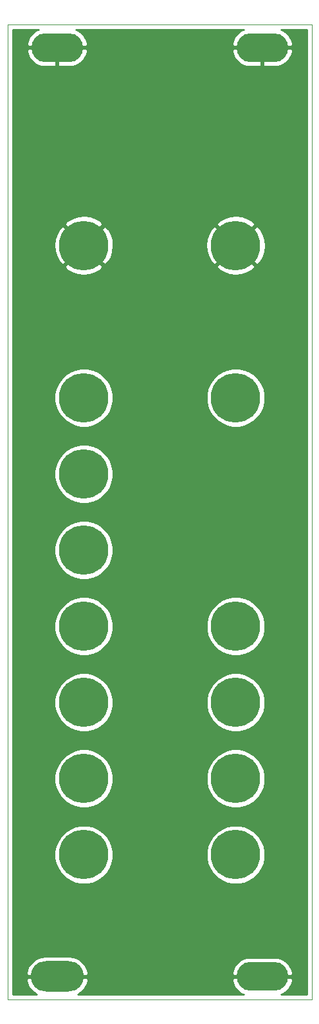
<source format=gbr>
%TF.GenerationSoftware,KiCad,Pcbnew,(5.1.0)-1*%
%TF.CreationDate,2020-03-07T12:32:11+01:00*%
%TF.ProjectId,KicadJE_AC3340_RevA_Faceplate,4b696361-644a-4455-9f41-43333334305f,rev?*%
%TF.SameCoordinates,Original*%
%TF.FileFunction,Copper,L2,Bot*%
%TF.FilePolarity,Positive*%
%FSLAX46Y46*%
G04 Gerber Fmt 4.6, Leading zero omitted, Abs format (unit mm)*
G04 Created by KiCad (PCBNEW (5.1.0)-1) date 2020-03-07 12:32:11*
%MOMM*%
%LPD*%
G04 APERTURE LIST*
%ADD10C,0.050000*%
%ADD11O,7.000000X4.000000*%
%ADD12O,6.800000X3.800000*%
%ADD13C,6.500000*%
%ADD14C,0.254000*%
G04 APERTURE END LIST*
D10*
X-50000000Y-164000000D02*
X-50000000Y-36000000D01*
X-10000000Y-164000000D02*
X-50000000Y-164000000D01*
X-10000000Y-36000000D02*
X-10000000Y-164000000D01*
X-50000000Y-36000000D02*
X-10000000Y-36000000D01*
D11*
X-43500000Y-161000000D03*
D12*
X-16500000Y-39000000D03*
X-43500000Y-39000000D03*
X-16500000Y-161000000D03*
D13*
X-20000000Y-65000000D03*
X-40000000Y-65000000D03*
X-20000000Y-85000000D03*
X-40000000Y-85000000D03*
X-40000000Y-95000000D03*
X-40000000Y-125000000D03*
X-40000000Y-105000000D03*
X-40000000Y-115000000D03*
X-20000000Y-115000000D03*
X-20000000Y-125000000D03*
X-20000000Y-135000000D03*
X-40000000Y-135000000D03*
X-40000000Y-145000000D03*
X-20000000Y-145000000D03*
D14*
G36*
X-46087435Y-36706566D02*
G01*
X-46513967Y-36962782D01*
X-46882318Y-37297287D01*
X-47178333Y-37697226D01*
X-47390636Y-38147230D01*
X-47480779Y-38478500D01*
X-47372854Y-38873000D01*
X-43627000Y-38873000D01*
X-43627000Y-38853000D01*
X-43373000Y-38853000D01*
X-43373000Y-38873000D01*
X-39627146Y-38873000D01*
X-39519221Y-38478500D01*
X-39609364Y-38147230D01*
X-39821667Y-37697226D01*
X-40117682Y-37297287D01*
X-40486033Y-36962782D01*
X-40912565Y-36706566D01*
X-41042312Y-36660000D01*
X-18957688Y-36660000D01*
X-19087435Y-36706566D01*
X-19513967Y-36962782D01*
X-19882318Y-37297287D01*
X-20178333Y-37697226D01*
X-20390636Y-38147230D01*
X-20480779Y-38478500D01*
X-20372854Y-38873000D01*
X-16627000Y-38873000D01*
X-16627000Y-38853000D01*
X-16373000Y-38853000D01*
X-16373000Y-38873000D01*
X-12627146Y-38873000D01*
X-12519221Y-38478500D01*
X-12609364Y-38147230D01*
X-12821667Y-37697226D01*
X-13117682Y-37297287D01*
X-13486033Y-36962782D01*
X-13912565Y-36706566D01*
X-14042312Y-36660000D01*
X-10660000Y-36660000D01*
X-10659999Y-163340000D01*
X-14042312Y-163340000D01*
X-13912565Y-163293434D01*
X-13486033Y-163037218D01*
X-13117682Y-162702713D01*
X-12821667Y-162302774D01*
X-12609364Y-161852770D01*
X-12519221Y-161521500D01*
X-12627146Y-161127000D01*
X-16373000Y-161127000D01*
X-16373000Y-161147000D01*
X-16627000Y-161147000D01*
X-16627000Y-161127000D01*
X-20372854Y-161127000D01*
X-20480779Y-161521500D01*
X-20390636Y-161852770D01*
X-20178333Y-162302774D01*
X-19882318Y-162702713D01*
X-19513967Y-163037218D01*
X-19087435Y-163293434D01*
X-18957688Y-163340000D01*
X-40797686Y-163340000D01*
X-40430475Y-163120365D01*
X-40046970Y-162773424D01*
X-39738519Y-162358331D01*
X-39516975Y-161891038D01*
X-39420333Y-161537162D01*
X-39527009Y-161127000D01*
X-43373000Y-161127000D01*
X-43373000Y-161147000D01*
X-43627000Y-161147000D01*
X-43627000Y-161127000D01*
X-47472991Y-161127000D01*
X-47579667Y-161537162D01*
X-47483025Y-161891038D01*
X-47261481Y-162358331D01*
X-46953030Y-162773424D01*
X-46569525Y-163120365D01*
X-46202314Y-163340000D01*
X-49340000Y-163340000D01*
X-49340000Y-160462838D01*
X-47579667Y-160462838D01*
X-47472991Y-160873000D01*
X-43627000Y-160873000D01*
X-43627000Y-160853000D01*
X-43373000Y-160853000D01*
X-43373000Y-160873000D01*
X-39527009Y-160873000D01*
X-39424407Y-160478500D01*
X-20480779Y-160478500D01*
X-20372854Y-160873000D01*
X-16627000Y-160873000D01*
X-16627000Y-160853000D01*
X-16373000Y-160853000D01*
X-16373000Y-160873000D01*
X-12627146Y-160873000D01*
X-12519221Y-160478500D01*
X-12609364Y-160147230D01*
X-12821667Y-159697226D01*
X-13117682Y-159297287D01*
X-13486033Y-158962782D01*
X-13912565Y-158706566D01*
X-14380886Y-158538486D01*
X-14873000Y-158465000D01*
X-18127000Y-158465000D01*
X-18619114Y-158538486D01*
X-19087435Y-158706566D01*
X-19513967Y-158962782D01*
X-19882318Y-159297287D01*
X-20178333Y-159697226D01*
X-20390636Y-160147230D01*
X-20480779Y-160478500D01*
X-39424407Y-160478500D01*
X-39420333Y-160462838D01*
X-39516975Y-160108962D01*
X-39738519Y-159641669D01*
X-40046970Y-159226576D01*
X-40430475Y-158879635D01*
X-40874296Y-158614178D01*
X-41361377Y-158440407D01*
X-41873000Y-158365000D01*
X-45127000Y-158365000D01*
X-45638623Y-158440407D01*
X-46125704Y-158614178D01*
X-46569525Y-158879635D01*
X-46953030Y-159226576D01*
X-47261481Y-159641669D01*
X-47483025Y-160108962D01*
X-47579667Y-160462838D01*
X-49340000Y-160462838D01*
X-49340000Y-144617361D01*
X-43885000Y-144617361D01*
X-43885000Y-145382639D01*
X-43735702Y-146133213D01*
X-43442842Y-146840238D01*
X-43017677Y-147476543D01*
X-42476543Y-148017677D01*
X-41840238Y-148442842D01*
X-41133213Y-148735702D01*
X-40382639Y-148885000D01*
X-39617361Y-148885000D01*
X-38866787Y-148735702D01*
X-38159762Y-148442842D01*
X-37523457Y-148017677D01*
X-36982323Y-147476543D01*
X-36557158Y-146840238D01*
X-36264298Y-146133213D01*
X-36115000Y-145382639D01*
X-36115000Y-144617361D01*
X-23885000Y-144617361D01*
X-23885000Y-145382639D01*
X-23735702Y-146133213D01*
X-23442842Y-146840238D01*
X-23017677Y-147476543D01*
X-22476543Y-148017677D01*
X-21840238Y-148442842D01*
X-21133213Y-148735702D01*
X-20382639Y-148885000D01*
X-19617361Y-148885000D01*
X-18866787Y-148735702D01*
X-18159762Y-148442842D01*
X-17523457Y-148017677D01*
X-16982323Y-147476543D01*
X-16557158Y-146840238D01*
X-16264298Y-146133213D01*
X-16115000Y-145382639D01*
X-16115000Y-144617361D01*
X-16264298Y-143866787D01*
X-16557158Y-143159762D01*
X-16982323Y-142523457D01*
X-17523457Y-141982323D01*
X-18159762Y-141557158D01*
X-18866787Y-141264298D01*
X-19617361Y-141115000D01*
X-20382639Y-141115000D01*
X-21133213Y-141264298D01*
X-21840238Y-141557158D01*
X-22476543Y-141982323D01*
X-23017677Y-142523457D01*
X-23442842Y-143159762D01*
X-23735702Y-143866787D01*
X-23885000Y-144617361D01*
X-36115000Y-144617361D01*
X-36264298Y-143866787D01*
X-36557158Y-143159762D01*
X-36982323Y-142523457D01*
X-37523457Y-141982323D01*
X-38159762Y-141557158D01*
X-38866787Y-141264298D01*
X-39617361Y-141115000D01*
X-40382639Y-141115000D01*
X-41133213Y-141264298D01*
X-41840238Y-141557158D01*
X-42476543Y-141982323D01*
X-43017677Y-142523457D01*
X-43442842Y-143159762D01*
X-43735702Y-143866787D01*
X-43885000Y-144617361D01*
X-49340000Y-144617361D01*
X-49340000Y-134617361D01*
X-43885000Y-134617361D01*
X-43885000Y-135382639D01*
X-43735702Y-136133213D01*
X-43442842Y-136840238D01*
X-43017677Y-137476543D01*
X-42476543Y-138017677D01*
X-41840238Y-138442842D01*
X-41133213Y-138735702D01*
X-40382639Y-138885000D01*
X-39617361Y-138885000D01*
X-38866787Y-138735702D01*
X-38159762Y-138442842D01*
X-37523457Y-138017677D01*
X-36982323Y-137476543D01*
X-36557158Y-136840238D01*
X-36264298Y-136133213D01*
X-36115000Y-135382639D01*
X-36115000Y-134617361D01*
X-23885000Y-134617361D01*
X-23885000Y-135382639D01*
X-23735702Y-136133213D01*
X-23442842Y-136840238D01*
X-23017677Y-137476543D01*
X-22476543Y-138017677D01*
X-21840238Y-138442842D01*
X-21133213Y-138735702D01*
X-20382639Y-138885000D01*
X-19617361Y-138885000D01*
X-18866787Y-138735702D01*
X-18159762Y-138442842D01*
X-17523457Y-138017677D01*
X-16982323Y-137476543D01*
X-16557158Y-136840238D01*
X-16264298Y-136133213D01*
X-16115000Y-135382639D01*
X-16115000Y-134617361D01*
X-16264298Y-133866787D01*
X-16557158Y-133159762D01*
X-16982323Y-132523457D01*
X-17523457Y-131982323D01*
X-18159762Y-131557158D01*
X-18866787Y-131264298D01*
X-19617361Y-131115000D01*
X-20382639Y-131115000D01*
X-21133213Y-131264298D01*
X-21840238Y-131557158D01*
X-22476543Y-131982323D01*
X-23017677Y-132523457D01*
X-23442842Y-133159762D01*
X-23735702Y-133866787D01*
X-23885000Y-134617361D01*
X-36115000Y-134617361D01*
X-36264298Y-133866787D01*
X-36557158Y-133159762D01*
X-36982323Y-132523457D01*
X-37523457Y-131982323D01*
X-38159762Y-131557158D01*
X-38866787Y-131264298D01*
X-39617361Y-131115000D01*
X-40382639Y-131115000D01*
X-41133213Y-131264298D01*
X-41840238Y-131557158D01*
X-42476543Y-131982323D01*
X-43017677Y-132523457D01*
X-43442842Y-133159762D01*
X-43735702Y-133866787D01*
X-43885000Y-134617361D01*
X-49340000Y-134617361D01*
X-49340000Y-124617361D01*
X-43885000Y-124617361D01*
X-43885000Y-125382639D01*
X-43735702Y-126133213D01*
X-43442842Y-126840238D01*
X-43017677Y-127476543D01*
X-42476543Y-128017677D01*
X-41840238Y-128442842D01*
X-41133213Y-128735702D01*
X-40382639Y-128885000D01*
X-39617361Y-128885000D01*
X-38866787Y-128735702D01*
X-38159762Y-128442842D01*
X-37523457Y-128017677D01*
X-36982323Y-127476543D01*
X-36557158Y-126840238D01*
X-36264298Y-126133213D01*
X-36115000Y-125382639D01*
X-36115000Y-124617361D01*
X-23885000Y-124617361D01*
X-23885000Y-125382639D01*
X-23735702Y-126133213D01*
X-23442842Y-126840238D01*
X-23017677Y-127476543D01*
X-22476543Y-128017677D01*
X-21840238Y-128442842D01*
X-21133213Y-128735702D01*
X-20382639Y-128885000D01*
X-19617361Y-128885000D01*
X-18866787Y-128735702D01*
X-18159762Y-128442842D01*
X-17523457Y-128017677D01*
X-16982323Y-127476543D01*
X-16557158Y-126840238D01*
X-16264298Y-126133213D01*
X-16115000Y-125382639D01*
X-16115000Y-124617361D01*
X-16264298Y-123866787D01*
X-16557158Y-123159762D01*
X-16982323Y-122523457D01*
X-17523457Y-121982323D01*
X-18159762Y-121557158D01*
X-18866787Y-121264298D01*
X-19617361Y-121115000D01*
X-20382639Y-121115000D01*
X-21133213Y-121264298D01*
X-21840238Y-121557158D01*
X-22476543Y-121982323D01*
X-23017677Y-122523457D01*
X-23442842Y-123159762D01*
X-23735702Y-123866787D01*
X-23885000Y-124617361D01*
X-36115000Y-124617361D01*
X-36264298Y-123866787D01*
X-36557158Y-123159762D01*
X-36982323Y-122523457D01*
X-37523457Y-121982323D01*
X-38159762Y-121557158D01*
X-38866787Y-121264298D01*
X-39617361Y-121115000D01*
X-40382639Y-121115000D01*
X-41133213Y-121264298D01*
X-41840238Y-121557158D01*
X-42476543Y-121982323D01*
X-43017677Y-122523457D01*
X-43442842Y-123159762D01*
X-43735702Y-123866787D01*
X-43885000Y-124617361D01*
X-49340000Y-124617361D01*
X-49340000Y-114617361D01*
X-43885000Y-114617361D01*
X-43885000Y-115382639D01*
X-43735702Y-116133213D01*
X-43442842Y-116840238D01*
X-43017677Y-117476543D01*
X-42476543Y-118017677D01*
X-41840238Y-118442842D01*
X-41133213Y-118735702D01*
X-40382639Y-118885000D01*
X-39617361Y-118885000D01*
X-38866787Y-118735702D01*
X-38159762Y-118442842D01*
X-37523457Y-118017677D01*
X-36982323Y-117476543D01*
X-36557158Y-116840238D01*
X-36264298Y-116133213D01*
X-36115000Y-115382639D01*
X-36115000Y-114617361D01*
X-23885000Y-114617361D01*
X-23885000Y-115382639D01*
X-23735702Y-116133213D01*
X-23442842Y-116840238D01*
X-23017677Y-117476543D01*
X-22476543Y-118017677D01*
X-21840238Y-118442842D01*
X-21133213Y-118735702D01*
X-20382639Y-118885000D01*
X-19617361Y-118885000D01*
X-18866787Y-118735702D01*
X-18159762Y-118442842D01*
X-17523457Y-118017677D01*
X-16982323Y-117476543D01*
X-16557158Y-116840238D01*
X-16264298Y-116133213D01*
X-16115000Y-115382639D01*
X-16115000Y-114617361D01*
X-16264298Y-113866787D01*
X-16557158Y-113159762D01*
X-16982323Y-112523457D01*
X-17523457Y-111982323D01*
X-18159762Y-111557158D01*
X-18866787Y-111264298D01*
X-19617361Y-111115000D01*
X-20382639Y-111115000D01*
X-21133213Y-111264298D01*
X-21840238Y-111557158D01*
X-22476543Y-111982323D01*
X-23017677Y-112523457D01*
X-23442842Y-113159762D01*
X-23735702Y-113866787D01*
X-23885000Y-114617361D01*
X-36115000Y-114617361D01*
X-36264298Y-113866787D01*
X-36557158Y-113159762D01*
X-36982323Y-112523457D01*
X-37523457Y-111982323D01*
X-38159762Y-111557158D01*
X-38866787Y-111264298D01*
X-39617361Y-111115000D01*
X-40382639Y-111115000D01*
X-41133213Y-111264298D01*
X-41840238Y-111557158D01*
X-42476543Y-111982323D01*
X-43017677Y-112523457D01*
X-43442842Y-113159762D01*
X-43735702Y-113866787D01*
X-43885000Y-114617361D01*
X-49340000Y-114617361D01*
X-49340000Y-104617361D01*
X-43885000Y-104617361D01*
X-43885000Y-105382639D01*
X-43735702Y-106133213D01*
X-43442842Y-106840238D01*
X-43017677Y-107476543D01*
X-42476543Y-108017677D01*
X-41840238Y-108442842D01*
X-41133213Y-108735702D01*
X-40382639Y-108885000D01*
X-39617361Y-108885000D01*
X-38866787Y-108735702D01*
X-38159762Y-108442842D01*
X-37523457Y-108017677D01*
X-36982323Y-107476543D01*
X-36557158Y-106840238D01*
X-36264298Y-106133213D01*
X-36115000Y-105382639D01*
X-36115000Y-104617361D01*
X-36264298Y-103866787D01*
X-36557158Y-103159762D01*
X-36982323Y-102523457D01*
X-37523457Y-101982323D01*
X-38159762Y-101557158D01*
X-38866787Y-101264298D01*
X-39617361Y-101115000D01*
X-40382639Y-101115000D01*
X-41133213Y-101264298D01*
X-41840238Y-101557158D01*
X-42476543Y-101982323D01*
X-43017677Y-102523457D01*
X-43442842Y-103159762D01*
X-43735702Y-103866787D01*
X-43885000Y-104617361D01*
X-49340000Y-104617361D01*
X-49340000Y-94617361D01*
X-43885000Y-94617361D01*
X-43885000Y-95382639D01*
X-43735702Y-96133213D01*
X-43442842Y-96840238D01*
X-43017677Y-97476543D01*
X-42476543Y-98017677D01*
X-41840238Y-98442842D01*
X-41133213Y-98735702D01*
X-40382639Y-98885000D01*
X-39617361Y-98885000D01*
X-38866787Y-98735702D01*
X-38159762Y-98442842D01*
X-37523457Y-98017677D01*
X-36982323Y-97476543D01*
X-36557158Y-96840238D01*
X-36264298Y-96133213D01*
X-36115000Y-95382639D01*
X-36115000Y-94617361D01*
X-36264298Y-93866787D01*
X-36557158Y-93159762D01*
X-36982323Y-92523457D01*
X-37523457Y-91982323D01*
X-38159762Y-91557158D01*
X-38866787Y-91264298D01*
X-39617361Y-91115000D01*
X-40382639Y-91115000D01*
X-41133213Y-91264298D01*
X-41840238Y-91557158D01*
X-42476543Y-91982323D01*
X-43017677Y-92523457D01*
X-43442842Y-93159762D01*
X-43735702Y-93866787D01*
X-43885000Y-94617361D01*
X-49340000Y-94617361D01*
X-49340000Y-84617361D01*
X-43885000Y-84617361D01*
X-43885000Y-85382639D01*
X-43735702Y-86133213D01*
X-43442842Y-86840238D01*
X-43017677Y-87476543D01*
X-42476543Y-88017677D01*
X-41840238Y-88442842D01*
X-41133213Y-88735702D01*
X-40382639Y-88885000D01*
X-39617361Y-88885000D01*
X-38866787Y-88735702D01*
X-38159762Y-88442842D01*
X-37523457Y-88017677D01*
X-36982323Y-87476543D01*
X-36557158Y-86840238D01*
X-36264298Y-86133213D01*
X-36115000Y-85382639D01*
X-36115000Y-84617361D01*
X-23885000Y-84617361D01*
X-23885000Y-85382639D01*
X-23735702Y-86133213D01*
X-23442842Y-86840238D01*
X-23017677Y-87476543D01*
X-22476543Y-88017677D01*
X-21840238Y-88442842D01*
X-21133213Y-88735702D01*
X-20382639Y-88885000D01*
X-19617361Y-88885000D01*
X-18866787Y-88735702D01*
X-18159762Y-88442842D01*
X-17523457Y-88017677D01*
X-16982323Y-87476543D01*
X-16557158Y-86840238D01*
X-16264298Y-86133213D01*
X-16115000Y-85382639D01*
X-16115000Y-84617361D01*
X-16264298Y-83866787D01*
X-16557158Y-83159762D01*
X-16982323Y-82523457D01*
X-17523457Y-81982323D01*
X-18159762Y-81557158D01*
X-18866787Y-81264298D01*
X-19617361Y-81115000D01*
X-20382639Y-81115000D01*
X-21133213Y-81264298D01*
X-21840238Y-81557158D01*
X-22476543Y-81982323D01*
X-23017677Y-82523457D01*
X-23442842Y-83159762D01*
X-23735702Y-83866787D01*
X-23885000Y-84617361D01*
X-36115000Y-84617361D01*
X-36264298Y-83866787D01*
X-36557158Y-83159762D01*
X-36982323Y-82523457D01*
X-37523457Y-81982323D01*
X-38159762Y-81557158D01*
X-38866787Y-81264298D01*
X-39617361Y-81115000D01*
X-40382639Y-81115000D01*
X-41133213Y-81264298D01*
X-41840238Y-81557158D01*
X-42476543Y-81982323D01*
X-43017677Y-82523457D01*
X-43442842Y-83159762D01*
X-43735702Y-83866787D01*
X-43885000Y-84617361D01*
X-49340000Y-84617361D01*
X-49340000Y-67736428D01*
X-42556823Y-67736428D01*
X-42190635Y-68231216D01*
X-41518163Y-68596501D01*
X-40787350Y-68823575D01*
X-40026279Y-68903710D01*
X-39264197Y-68833828D01*
X-38530392Y-68616614D01*
X-37853064Y-68260416D01*
X-37809365Y-68231216D01*
X-37443177Y-67736428D01*
X-22556823Y-67736428D01*
X-22190635Y-68231216D01*
X-21518163Y-68596501D01*
X-20787350Y-68823575D01*
X-20026279Y-68903710D01*
X-19264197Y-68833828D01*
X-18530392Y-68616614D01*
X-17853064Y-68260416D01*
X-17809365Y-68231216D01*
X-17443177Y-67736428D01*
X-20000000Y-65179605D01*
X-22556823Y-67736428D01*
X-37443177Y-67736428D01*
X-40000000Y-65179605D01*
X-42556823Y-67736428D01*
X-49340000Y-67736428D01*
X-49340000Y-64973721D01*
X-43903710Y-64973721D01*
X-43833828Y-65735803D01*
X-43616614Y-66469608D01*
X-43260416Y-67146936D01*
X-43231216Y-67190635D01*
X-42736428Y-67556823D01*
X-40179605Y-65000000D01*
X-39820395Y-65000000D01*
X-37263572Y-67556823D01*
X-36768784Y-67190635D01*
X-36403499Y-66518163D01*
X-36176425Y-65787350D01*
X-36096290Y-65026279D01*
X-36101109Y-64973721D01*
X-23903710Y-64973721D01*
X-23833828Y-65735803D01*
X-23616614Y-66469608D01*
X-23260416Y-67146936D01*
X-23231216Y-67190635D01*
X-22736428Y-67556823D01*
X-20179605Y-65000000D01*
X-19820395Y-65000000D01*
X-17263572Y-67556823D01*
X-16768784Y-67190635D01*
X-16403499Y-66518163D01*
X-16176425Y-65787350D01*
X-16096290Y-65026279D01*
X-16166172Y-64264197D01*
X-16383386Y-63530392D01*
X-16739584Y-62853064D01*
X-16768784Y-62809365D01*
X-17263572Y-62443177D01*
X-19820395Y-65000000D01*
X-20179605Y-65000000D01*
X-22736428Y-62443177D01*
X-23231216Y-62809365D01*
X-23596501Y-63481837D01*
X-23823575Y-64212650D01*
X-23903710Y-64973721D01*
X-36101109Y-64973721D01*
X-36166172Y-64264197D01*
X-36383386Y-63530392D01*
X-36739584Y-62853064D01*
X-36768784Y-62809365D01*
X-37263572Y-62443177D01*
X-39820395Y-65000000D01*
X-40179605Y-65000000D01*
X-42736428Y-62443177D01*
X-43231216Y-62809365D01*
X-43596501Y-63481837D01*
X-43823575Y-64212650D01*
X-43903710Y-64973721D01*
X-49340000Y-64973721D01*
X-49340000Y-62263572D01*
X-42556823Y-62263572D01*
X-40000000Y-64820395D01*
X-37443177Y-62263572D01*
X-22556823Y-62263572D01*
X-20000000Y-64820395D01*
X-17443177Y-62263572D01*
X-17809365Y-61768784D01*
X-18481837Y-61403499D01*
X-19212650Y-61176425D01*
X-19973721Y-61096290D01*
X-20735803Y-61166172D01*
X-21469608Y-61383386D01*
X-22146936Y-61739584D01*
X-22190635Y-61768784D01*
X-22556823Y-62263572D01*
X-37443177Y-62263572D01*
X-37809365Y-61768784D01*
X-38481837Y-61403499D01*
X-39212650Y-61176425D01*
X-39973721Y-61096290D01*
X-40735803Y-61166172D01*
X-41469608Y-61383386D01*
X-42146936Y-61739584D01*
X-42190635Y-61768784D01*
X-42556823Y-62263572D01*
X-49340000Y-62263572D01*
X-49340000Y-39521500D01*
X-47480779Y-39521500D01*
X-47390636Y-39852770D01*
X-47178333Y-40302774D01*
X-46882318Y-40702713D01*
X-46513967Y-41037218D01*
X-46087435Y-41293434D01*
X-45619114Y-41461514D01*
X-45127000Y-41535000D01*
X-43627000Y-41535000D01*
X-43627000Y-39127000D01*
X-43373000Y-39127000D01*
X-43373000Y-41535000D01*
X-41873000Y-41535000D01*
X-41380886Y-41461514D01*
X-40912565Y-41293434D01*
X-40486033Y-41037218D01*
X-40117682Y-40702713D01*
X-39821667Y-40302774D01*
X-39609364Y-39852770D01*
X-39519221Y-39521500D01*
X-20480779Y-39521500D01*
X-20390636Y-39852770D01*
X-20178333Y-40302774D01*
X-19882318Y-40702713D01*
X-19513967Y-41037218D01*
X-19087435Y-41293434D01*
X-18619114Y-41461514D01*
X-18127000Y-41535000D01*
X-16627000Y-41535000D01*
X-16627000Y-39127000D01*
X-16373000Y-39127000D01*
X-16373000Y-41535000D01*
X-14873000Y-41535000D01*
X-14380886Y-41461514D01*
X-13912565Y-41293434D01*
X-13486033Y-41037218D01*
X-13117682Y-40702713D01*
X-12821667Y-40302774D01*
X-12609364Y-39852770D01*
X-12519221Y-39521500D01*
X-12627146Y-39127000D01*
X-16373000Y-39127000D01*
X-16627000Y-39127000D01*
X-20372854Y-39127000D01*
X-20480779Y-39521500D01*
X-39519221Y-39521500D01*
X-39627146Y-39127000D01*
X-43373000Y-39127000D01*
X-43627000Y-39127000D01*
X-47372854Y-39127000D01*
X-47480779Y-39521500D01*
X-49340000Y-39521500D01*
X-49340000Y-36660000D01*
X-45957688Y-36660000D01*
X-46087435Y-36706566D01*
X-46087435Y-36706566D01*
G37*
X-46087435Y-36706566D02*
X-46513967Y-36962782D01*
X-46882318Y-37297287D01*
X-47178333Y-37697226D01*
X-47390636Y-38147230D01*
X-47480779Y-38478500D01*
X-47372854Y-38873000D01*
X-43627000Y-38873000D01*
X-43627000Y-38853000D01*
X-43373000Y-38853000D01*
X-43373000Y-38873000D01*
X-39627146Y-38873000D01*
X-39519221Y-38478500D01*
X-39609364Y-38147230D01*
X-39821667Y-37697226D01*
X-40117682Y-37297287D01*
X-40486033Y-36962782D01*
X-40912565Y-36706566D01*
X-41042312Y-36660000D01*
X-18957688Y-36660000D01*
X-19087435Y-36706566D01*
X-19513967Y-36962782D01*
X-19882318Y-37297287D01*
X-20178333Y-37697226D01*
X-20390636Y-38147230D01*
X-20480779Y-38478500D01*
X-20372854Y-38873000D01*
X-16627000Y-38873000D01*
X-16627000Y-38853000D01*
X-16373000Y-38853000D01*
X-16373000Y-38873000D01*
X-12627146Y-38873000D01*
X-12519221Y-38478500D01*
X-12609364Y-38147230D01*
X-12821667Y-37697226D01*
X-13117682Y-37297287D01*
X-13486033Y-36962782D01*
X-13912565Y-36706566D01*
X-14042312Y-36660000D01*
X-10660000Y-36660000D01*
X-10659999Y-163340000D01*
X-14042312Y-163340000D01*
X-13912565Y-163293434D01*
X-13486033Y-163037218D01*
X-13117682Y-162702713D01*
X-12821667Y-162302774D01*
X-12609364Y-161852770D01*
X-12519221Y-161521500D01*
X-12627146Y-161127000D01*
X-16373000Y-161127000D01*
X-16373000Y-161147000D01*
X-16627000Y-161147000D01*
X-16627000Y-161127000D01*
X-20372854Y-161127000D01*
X-20480779Y-161521500D01*
X-20390636Y-161852770D01*
X-20178333Y-162302774D01*
X-19882318Y-162702713D01*
X-19513967Y-163037218D01*
X-19087435Y-163293434D01*
X-18957688Y-163340000D01*
X-40797686Y-163340000D01*
X-40430475Y-163120365D01*
X-40046970Y-162773424D01*
X-39738519Y-162358331D01*
X-39516975Y-161891038D01*
X-39420333Y-161537162D01*
X-39527009Y-161127000D01*
X-43373000Y-161127000D01*
X-43373000Y-161147000D01*
X-43627000Y-161147000D01*
X-43627000Y-161127000D01*
X-47472991Y-161127000D01*
X-47579667Y-161537162D01*
X-47483025Y-161891038D01*
X-47261481Y-162358331D01*
X-46953030Y-162773424D01*
X-46569525Y-163120365D01*
X-46202314Y-163340000D01*
X-49340000Y-163340000D01*
X-49340000Y-160462838D01*
X-47579667Y-160462838D01*
X-47472991Y-160873000D01*
X-43627000Y-160873000D01*
X-43627000Y-160853000D01*
X-43373000Y-160853000D01*
X-43373000Y-160873000D01*
X-39527009Y-160873000D01*
X-39424407Y-160478500D01*
X-20480779Y-160478500D01*
X-20372854Y-160873000D01*
X-16627000Y-160873000D01*
X-16627000Y-160853000D01*
X-16373000Y-160853000D01*
X-16373000Y-160873000D01*
X-12627146Y-160873000D01*
X-12519221Y-160478500D01*
X-12609364Y-160147230D01*
X-12821667Y-159697226D01*
X-13117682Y-159297287D01*
X-13486033Y-158962782D01*
X-13912565Y-158706566D01*
X-14380886Y-158538486D01*
X-14873000Y-158465000D01*
X-18127000Y-158465000D01*
X-18619114Y-158538486D01*
X-19087435Y-158706566D01*
X-19513967Y-158962782D01*
X-19882318Y-159297287D01*
X-20178333Y-159697226D01*
X-20390636Y-160147230D01*
X-20480779Y-160478500D01*
X-39424407Y-160478500D01*
X-39420333Y-160462838D01*
X-39516975Y-160108962D01*
X-39738519Y-159641669D01*
X-40046970Y-159226576D01*
X-40430475Y-158879635D01*
X-40874296Y-158614178D01*
X-41361377Y-158440407D01*
X-41873000Y-158365000D01*
X-45127000Y-158365000D01*
X-45638623Y-158440407D01*
X-46125704Y-158614178D01*
X-46569525Y-158879635D01*
X-46953030Y-159226576D01*
X-47261481Y-159641669D01*
X-47483025Y-160108962D01*
X-47579667Y-160462838D01*
X-49340000Y-160462838D01*
X-49340000Y-144617361D01*
X-43885000Y-144617361D01*
X-43885000Y-145382639D01*
X-43735702Y-146133213D01*
X-43442842Y-146840238D01*
X-43017677Y-147476543D01*
X-42476543Y-148017677D01*
X-41840238Y-148442842D01*
X-41133213Y-148735702D01*
X-40382639Y-148885000D01*
X-39617361Y-148885000D01*
X-38866787Y-148735702D01*
X-38159762Y-148442842D01*
X-37523457Y-148017677D01*
X-36982323Y-147476543D01*
X-36557158Y-146840238D01*
X-36264298Y-146133213D01*
X-36115000Y-145382639D01*
X-36115000Y-144617361D01*
X-23885000Y-144617361D01*
X-23885000Y-145382639D01*
X-23735702Y-146133213D01*
X-23442842Y-146840238D01*
X-23017677Y-147476543D01*
X-22476543Y-148017677D01*
X-21840238Y-148442842D01*
X-21133213Y-148735702D01*
X-20382639Y-148885000D01*
X-19617361Y-148885000D01*
X-18866787Y-148735702D01*
X-18159762Y-148442842D01*
X-17523457Y-148017677D01*
X-16982323Y-147476543D01*
X-16557158Y-146840238D01*
X-16264298Y-146133213D01*
X-16115000Y-145382639D01*
X-16115000Y-144617361D01*
X-16264298Y-143866787D01*
X-16557158Y-143159762D01*
X-16982323Y-142523457D01*
X-17523457Y-141982323D01*
X-18159762Y-141557158D01*
X-18866787Y-141264298D01*
X-19617361Y-141115000D01*
X-20382639Y-141115000D01*
X-21133213Y-141264298D01*
X-21840238Y-141557158D01*
X-22476543Y-141982323D01*
X-23017677Y-142523457D01*
X-23442842Y-143159762D01*
X-23735702Y-143866787D01*
X-23885000Y-144617361D01*
X-36115000Y-144617361D01*
X-36264298Y-143866787D01*
X-36557158Y-143159762D01*
X-36982323Y-142523457D01*
X-37523457Y-141982323D01*
X-38159762Y-141557158D01*
X-38866787Y-141264298D01*
X-39617361Y-141115000D01*
X-40382639Y-141115000D01*
X-41133213Y-141264298D01*
X-41840238Y-141557158D01*
X-42476543Y-141982323D01*
X-43017677Y-142523457D01*
X-43442842Y-143159762D01*
X-43735702Y-143866787D01*
X-43885000Y-144617361D01*
X-49340000Y-144617361D01*
X-49340000Y-134617361D01*
X-43885000Y-134617361D01*
X-43885000Y-135382639D01*
X-43735702Y-136133213D01*
X-43442842Y-136840238D01*
X-43017677Y-137476543D01*
X-42476543Y-138017677D01*
X-41840238Y-138442842D01*
X-41133213Y-138735702D01*
X-40382639Y-138885000D01*
X-39617361Y-138885000D01*
X-38866787Y-138735702D01*
X-38159762Y-138442842D01*
X-37523457Y-138017677D01*
X-36982323Y-137476543D01*
X-36557158Y-136840238D01*
X-36264298Y-136133213D01*
X-36115000Y-135382639D01*
X-36115000Y-134617361D01*
X-23885000Y-134617361D01*
X-23885000Y-135382639D01*
X-23735702Y-136133213D01*
X-23442842Y-136840238D01*
X-23017677Y-137476543D01*
X-22476543Y-138017677D01*
X-21840238Y-138442842D01*
X-21133213Y-138735702D01*
X-20382639Y-138885000D01*
X-19617361Y-138885000D01*
X-18866787Y-138735702D01*
X-18159762Y-138442842D01*
X-17523457Y-138017677D01*
X-16982323Y-137476543D01*
X-16557158Y-136840238D01*
X-16264298Y-136133213D01*
X-16115000Y-135382639D01*
X-16115000Y-134617361D01*
X-16264298Y-133866787D01*
X-16557158Y-133159762D01*
X-16982323Y-132523457D01*
X-17523457Y-131982323D01*
X-18159762Y-131557158D01*
X-18866787Y-131264298D01*
X-19617361Y-131115000D01*
X-20382639Y-131115000D01*
X-21133213Y-131264298D01*
X-21840238Y-131557158D01*
X-22476543Y-131982323D01*
X-23017677Y-132523457D01*
X-23442842Y-133159762D01*
X-23735702Y-133866787D01*
X-23885000Y-134617361D01*
X-36115000Y-134617361D01*
X-36264298Y-133866787D01*
X-36557158Y-133159762D01*
X-36982323Y-132523457D01*
X-37523457Y-131982323D01*
X-38159762Y-131557158D01*
X-38866787Y-131264298D01*
X-39617361Y-131115000D01*
X-40382639Y-131115000D01*
X-41133213Y-131264298D01*
X-41840238Y-131557158D01*
X-42476543Y-131982323D01*
X-43017677Y-132523457D01*
X-43442842Y-133159762D01*
X-43735702Y-133866787D01*
X-43885000Y-134617361D01*
X-49340000Y-134617361D01*
X-49340000Y-124617361D01*
X-43885000Y-124617361D01*
X-43885000Y-125382639D01*
X-43735702Y-126133213D01*
X-43442842Y-126840238D01*
X-43017677Y-127476543D01*
X-42476543Y-128017677D01*
X-41840238Y-128442842D01*
X-41133213Y-128735702D01*
X-40382639Y-128885000D01*
X-39617361Y-128885000D01*
X-38866787Y-128735702D01*
X-38159762Y-128442842D01*
X-37523457Y-128017677D01*
X-36982323Y-127476543D01*
X-36557158Y-126840238D01*
X-36264298Y-126133213D01*
X-36115000Y-125382639D01*
X-36115000Y-124617361D01*
X-23885000Y-124617361D01*
X-23885000Y-125382639D01*
X-23735702Y-126133213D01*
X-23442842Y-126840238D01*
X-23017677Y-127476543D01*
X-22476543Y-128017677D01*
X-21840238Y-128442842D01*
X-21133213Y-128735702D01*
X-20382639Y-128885000D01*
X-19617361Y-128885000D01*
X-18866787Y-128735702D01*
X-18159762Y-128442842D01*
X-17523457Y-128017677D01*
X-16982323Y-127476543D01*
X-16557158Y-126840238D01*
X-16264298Y-126133213D01*
X-16115000Y-125382639D01*
X-16115000Y-124617361D01*
X-16264298Y-123866787D01*
X-16557158Y-123159762D01*
X-16982323Y-122523457D01*
X-17523457Y-121982323D01*
X-18159762Y-121557158D01*
X-18866787Y-121264298D01*
X-19617361Y-121115000D01*
X-20382639Y-121115000D01*
X-21133213Y-121264298D01*
X-21840238Y-121557158D01*
X-22476543Y-121982323D01*
X-23017677Y-122523457D01*
X-23442842Y-123159762D01*
X-23735702Y-123866787D01*
X-23885000Y-124617361D01*
X-36115000Y-124617361D01*
X-36264298Y-123866787D01*
X-36557158Y-123159762D01*
X-36982323Y-122523457D01*
X-37523457Y-121982323D01*
X-38159762Y-121557158D01*
X-38866787Y-121264298D01*
X-39617361Y-121115000D01*
X-40382639Y-121115000D01*
X-41133213Y-121264298D01*
X-41840238Y-121557158D01*
X-42476543Y-121982323D01*
X-43017677Y-122523457D01*
X-43442842Y-123159762D01*
X-43735702Y-123866787D01*
X-43885000Y-124617361D01*
X-49340000Y-124617361D01*
X-49340000Y-114617361D01*
X-43885000Y-114617361D01*
X-43885000Y-115382639D01*
X-43735702Y-116133213D01*
X-43442842Y-116840238D01*
X-43017677Y-117476543D01*
X-42476543Y-118017677D01*
X-41840238Y-118442842D01*
X-41133213Y-118735702D01*
X-40382639Y-118885000D01*
X-39617361Y-118885000D01*
X-38866787Y-118735702D01*
X-38159762Y-118442842D01*
X-37523457Y-118017677D01*
X-36982323Y-117476543D01*
X-36557158Y-116840238D01*
X-36264298Y-116133213D01*
X-36115000Y-115382639D01*
X-36115000Y-114617361D01*
X-23885000Y-114617361D01*
X-23885000Y-115382639D01*
X-23735702Y-116133213D01*
X-23442842Y-116840238D01*
X-23017677Y-117476543D01*
X-22476543Y-118017677D01*
X-21840238Y-118442842D01*
X-21133213Y-118735702D01*
X-20382639Y-118885000D01*
X-19617361Y-118885000D01*
X-18866787Y-118735702D01*
X-18159762Y-118442842D01*
X-17523457Y-118017677D01*
X-16982323Y-117476543D01*
X-16557158Y-116840238D01*
X-16264298Y-116133213D01*
X-16115000Y-115382639D01*
X-16115000Y-114617361D01*
X-16264298Y-113866787D01*
X-16557158Y-113159762D01*
X-16982323Y-112523457D01*
X-17523457Y-111982323D01*
X-18159762Y-111557158D01*
X-18866787Y-111264298D01*
X-19617361Y-111115000D01*
X-20382639Y-111115000D01*
X-21133213Y-111264298D01*
X-21840238Y-111557158D01*
X-22476543Y-111982323D01*
X-23017677Y-112523457D01*
X-23442842Y-113159762D01*
X-23735702Y-113866787D01*
X-23885000Y-114617361D01*
X-36115000Y-114617361D01*
X-36264298Y-113866787D01*
X-36557158Y-113159762D01*
X-36982323Y-112523457D01*
X-37523457Y-111982323D01*
X-38159762Y-111557158D01*
X-38866787Y-111264298D01*
X-39617361Y-111115000D01*
X-40382639Y-111115000D01*
X-41133213Y-111264298D01*
X-41840238Y-111557158D01*
X-42476543Y-111982323D01*
X-43017677Y-112523457D01*
X-43442842Y-113159762D01*
X-43735702Y-113866787D01*
X-43885000Y-114617361D01*
X-49340000Y-114617361D01*
X-49340000Y-104617361D01*
X-43885000Y-104617361D01*
X-43885000Y-105382639D01*
X-43735702Y-106133213D01*
X-43442842Y-106840238D01*
X-43017677Y-107476543D01*
X-42476543Y-108017677D01*
X-41840238Y-108442842D01*
X-41133213Y-108735702D01*
X-40382639Y-108885000D01*
X-39617361Y-108885000D01*
X-38866787Y-108735702D01*
X-38159762Y-108442842D01*
X-37523457Y-108017677D01*
X-36982323Y-107476543D01*
X-36557158Y-106840238D01*
X-36264298Y-106133213D01*
X-36115000Y-105382639D01*
X-36115000Y-104617361D01*
X-36264298Y-103866787D01*
X-36557158Y-103159762D01*
X-36982323Y-102523457D01*
X-37523457Y-101982323D01*
X-38159762Y-101557158D01*
X-38866787Y-101264298D01*
X-39617361Y-101115000D01*
X-40382639Y-101115000D01*
X-41133213Y-101264298D01*
X-41840238Y-101557158D01*
X-42476543Y-101982323D01*
X-43017677Y-102523457D01*
X-43442842Y-103159762D01*
X-43735702Y-103866787D01*
X-43885000Y-104617361D01*
X-49340000Y-104617361D01*
X-49340000Y-94617361D01*
X-43885000Y-94617361D01*
X-43885000Y-95382639D01*
X-43735702Y-96133213D01*
X-43442842Y-96840238D01*
X-43017677Y-97476543D01*
X-42476543Y-98017677D01*
X-41840238Y-98442842D01*
X-41133213Y-98735702D01*
X-40382639Y-98885000D01*
X-39617361Y-98885000D01*
X-38866787Y-98735702D01*
X-38159762Y-98442842D01*
X-37523457Y-98017677D01*
X-36982323Y-97476543D01*
X-36557158Y-96840238D01*
X-36264298Y-96133213D01*
X-36115000Y-95382639D01*
X-36115000Y-94617361D01*
X-36264298Y-93866787D01*
X-36557158Y-93159762D01*
X-36982323Y-92523457D01*
X-37523457Y-91982323D01*
X-38159762Y-91557158D01*
X-38866787Y-91264298D01*
X-39617361Y-91115000D01*
X-40382639Y-91115000D01*
X-41133213Y-91264298D01*
X-41840238Y-91557158D01*
X-42476543Y-91982323D01*
X-43017677Y-92523457D01*
X-43442842Y-93159762D01*
X-43735702Y-93866787D01*
X-43885000Y-94617361D01*
X-49340000Y-94617361D01*
X-49340000Y-84617361D01*
X-43885000Y-84617361D01*
X-43885000Y-85382639D01*
X-43735702Y-86133213D01*
X-43442842Y-86840238D01*
X-43017677Y-87476543D01*
X-42476543Y-88017677D01*
X-41840238Y-88442842D01*
X-41133213Y-88735702D01*
X-40382639Y-88885000D01*
X-39617361Y-88885000D01*
X-38866787Y-88735702D01*
X-38159762Y-88442842D01*
X-37523457Y-88017677D01*
X-36982323Y-87476543D01*
X-36557158Y-86840238D01*
X-36264298Y-86133213D01*
X-36115000Y-85382639D01*
X-36115000Y-84617361D01*
X-23885000Y-84617361D01*
X-23885000Y-85382639D01*
X-23735702Y-86133213D01*
X-23442842Y-86840238D01*
X-23017677Y-87476543D01*
X-22476543Y-88017677D01*
X-21840238Y-88442842D01*
X-21133213Y-88735702D01*
X-20382639Y-88885000D01*
X-19617361Y-88885000D01*
X-18866787Y-88735702D01*
X-18159762Y-88442842D01*
X-17523457Y-88017677D01*
X-16982323Y-87476543D01*
X-16557158Y-86840238D01*
X-16264298Y-86133213D01*
X-16115000Y-85382639D01*
X-16115000Y-84617361D01*
X-16264298Y-83866787D01*
X-16557158Y-83159762D01*
X-16982323Y-82523457D01*
X-17523457Y-81982323D01*
X-18159762Y-81557158D01*
X-18866787Y-81264298D01*
X-19617361Y-81115000D01*
X-20382639Y-81115000D01*
X-21133213Y-81264298D01*
X-21840238Y-81557158D01*
X-22476543Y-81982323D01*
X-23017677Y-82523457D01*
X-23442842Y-83159762D01*
X-23735702Y-83866787D01*
X-23885000Y-84617361D01*
X-36115000Y-84617361D01*
X-36264298Y-83866787D01*
X-36557158Y-83159762D01*
X-36982323Y-82523457D01*
X-37523457Y-81982323D01*
X-38159762Y-81557158D01*
X-38866787Y-81264298D01*
X-39617361Y-81115000D01*
X-40382639Y-81115000D01*
X-41133213Y-81264298D01*
X-41840238Y-81557158D01*
X-42476543Y-81982323D01*
X-43017677Y-82523457D01*
X-43442842Y-83159762D01*
X-43735702Y-83866787D01*
X-43885000Y-84617361D01*
X-49340000Y-84617361D01*
X-49340000Y-67736428D01*
X-42556823Y-67736428D01*
X-42190635Y-68231216D01*
X-41518163Y-68596501D01*
X-40787350Y-68823575D01*
X-40026279Y-68903710D01*
X-39264197Y-68833828D01*
X-38530392Y-68616614D01*
X-37853064Y-68260416D01*
X-37809365Y-68231216D01*
X-37443177Y-67736428D01*
X-22556823Y-67736428D01*
X-22190635Y-68231216D01*
X-21518163Y-68596501D01*
X-20787350Y-68823575D01*
X-20026279Y-68903710D01*
X-19264197Y-68833828D01*
X-18530392Y-68616614D01*
X-17853064Y-68260416D01*
X-17809365Y-68231216D01*
X-17443177Y-67736428D01*
X-20000000Y-65179605D01*
X-22556823Y-67736428D01*
X-37443177Y-67736428D01*
X-40000000Y-65179605D01*
X-42556823Y-67736428D01*
X-49340000Y-67736428D01*
X-49340000Y-64973721D01*
X-43903710Y-64973721D01*
X-43833828Y-65735803D01*
X-43616614Y-66469608D01*
X-43260416Y-67146936D01*
X-43231216Y-67190635D01*
X-42736428Y-67556823D01*
X-40179605Y-65000000D01*
X-39820395Y-65000000D01*
X-37263572Y-67556823D01*
X-36768784Y-67190635D01*
X-36403499Y-66518163D01*
X-36176425Y-65787350D01*
X-36096290Y-65026279D01*
X-36101109Y-64973721D01*
X-23903710Y-64973721D01*
X-23833828Y-65735803D01*
X-23616614Y-66469608D01*
X-23260416Y-67146936D01*
X-23231216Y-67190635D01*
X-22736428Y-67556823D01*
X-20179605Y-65000000D01*
X-19820395Y-65000000D01*
X-17263572Y-67556823D01*
X-16768784Y-67190635D01*
X-16403499Y-66518163D01*
X-16176425Y-65787350D01*
X-16096290Y-65026279D01*
X-16166172Y-64264197D01*
X-16383386Y-63530392D01*
X-16739584Y-62853064D01*
X-16768784Y-62809365D01*
X-17263572Y-62443177D01*
X-19820395Y-65000000D01*
X-20179605Y-65000000D01*
X-22736428Y-62443177D01*
X-23231216Y-62809365D01*
X-23596501Y-63481837D01*
X-23823575Y-64212650D01*
X-23903710Y-64973721D01*
X-36101109Y-64973721D01*
X-36166172Y-64264197D01*
X-36383386Y-63530392D01*
X-36739584Y-62853064D01*
X-36768784Y-62809365D01*
X-37263572Y-62443177D01*
X-39820395Y-65000000D01*
X-40179605Y-65000000D01*
X-42736428Y-62443177D01*
X-43231216Y-62809365D01*
X-43596501Y-63481837D01*
X-43823575Y-64212650D01*
X-43903710Y-64973721D01*
X-49340000Y-64973721D01*
X-49340000Y-62263572D01*
X-42556823Y-62263572D01*
X-40000000Y-64820395D01*
X-37443177Y-62263572D01*
X-22556823Y-62263572D01*
X-20000000Y-64820395D01*
X-17443177Y-62263572D01*
X-17809365Y-61768784D01*
X-18481837Y-61403499D01*
X-19212650Y-61176425D01*
X-19973721Y-61096290D01*
X-20735803Y-61166172D01*
X-21469608Y-61383386D01*
X-22146936Y-61739584D01*
X-22190635Y-61768784D01*
X-22556823Y-62263572D01*
X-37443177Y-62263572D01*
X-37809365Y-61768784D01*
X-38481837Y-61403499D01*
X-39212650Y-61176425D01*
X-39973721Y-61096290D01*
X-40735803Y-61166172D01*
X-41469608Y-61383386D01*
X-42146936Y-61739584D01*
X-42190635Y-61768784D01*
X-42556823Y-62263572D01*
X-49340000Y-62263572D01*
X-49340000Y-39521500D01*
X-47480779Y-39521500D01*
X-47390636Y-39852770D01*
X-47178333Y-40302774D01*
X-46882318Y-40702713D01*
X-46513967Y-41037218D01*
X-46087435Y-41293434D01*
X-45619114Y-41461514D01*
X-45127000Y-41535000D01*
X-43627000Y-41535000D01*
X-43627000Y-39127000D01*
X-43373000Y-39127000D01*
X-43373000Y-41535000D01*
X-41873000Y-41535000D01*
X-41380886Y-41461514D01*
X-40912565Y-41293434D01*
X-40486033Y-41037218D01*
X-40117682Y-40702713D01*
X-39821667Y-40302774D01*
X-39609364Y-39852770D01*
X-39519221Y-39521500D01*
X-20480779Y-39521500D01*
X-20390636Y-39852770D01*
X-20178333Y-40302774D01*
X-19882318Y-40702713D01*
X-19513967Y-41037218D01*
X-19087435Y-41293434D01*
X-18619114Y-41461514D01*
X-18127000Y-41535000D01*
X-16627000Y-41535000D01*
X-16627000Y-39127000D01*
X-16373000Y-39127000D01*
X-16373000Y-41535000D01*
X-14873000Y-41535000D01*
X-14380886Y-41461514D01*
X-13912565Y-41293434D01*
X-13486033Y-41037218D01*
X-13117682Y-40702713D01*
X-12821667Y-40302774D01*
X-12609364Y-39852770D01*
X-12519221Y-39521500D01*
X-12627146Y-39127000D01*
X-16373000Y-39127000D01*
X-16627000Y-39127000D01*
X-20372854Y-39127000D01*
X-20480779Y-39521500D01*
X-39519221Y-39521500D01*
X-39627146Y-39127000D01*
X-43373000Y-39127000D01*
X-43627000Y-39127000D01*
X-47372854Y-39127000D01*
X-47480779Y-39521500D01*
X-49340000Y-39521500D01*
X-49340000Y-36660000D01*
X-45957688Y-36660000D01*
X-46087435Y-36706566D01*
M02*

</source>
